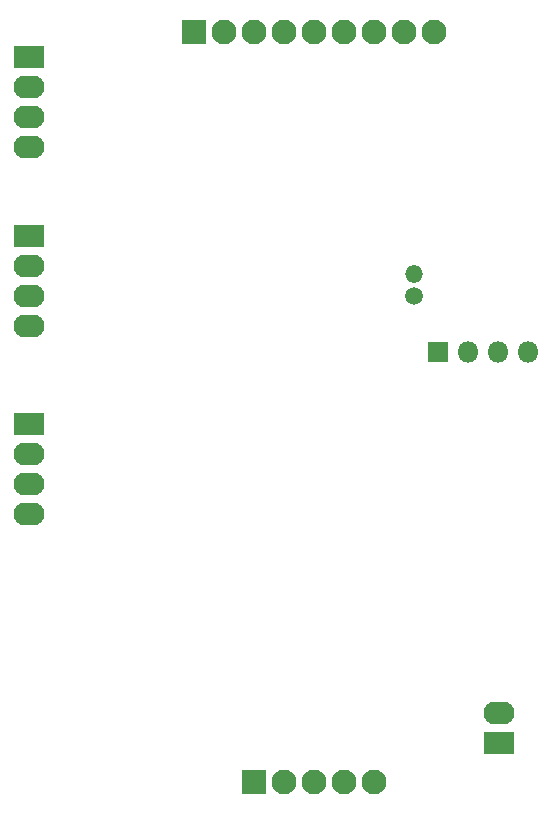
<source format=gbr>
%TF.GenerationSoftware,KiCad,Pcbnew,(5.1.2)-2*%
%TF.CreationDate,2020-09-07T08:08:20+07:00*%
%TF.ProjectId,ai-hw-elec,61692d68-772d-4656-9c65-632e6b696361,rev?*%
%TF.SameCoordinates,Original*%
%TF.FileFunction,Soldermask,Bot*%
%TF.FilePolarity,Negative*%
%FSLAX46Y46*%
G04 Gerber Fmt 4.6, Leading zero omitted, Abs format (unit mm)*
G04 Created by KiCad (PCBNEW (5.1.2)-2) date 2020-09-07 08:08:20*
%MOMM*%
%LPD*%
G04 APERTURE LIST*
%ADD10R,2.100000X2.100000*%
%ADD11C,2.100000*%
%ADD12O,2.624000X1.924000*%
%ADD13R,2.624000X1.924000*%
%ADD14R,1.800000X1.800000*%
%ADD15O,1.800000X1.800000*%
%ADD16C,1.500000*%
%ADD17O,1.500000X1.500000*%
G04 APERTURE END LIST*
D10*
%TO.C,U4*%
X119872000Y-56982000D03*
D11*
X122412000Y-56982000D03*
X124952000Y-56982000D03*
X127492000Y-56982000D03*
X130032000Y-56982000D03*
X132572000Y-56982000D03*
X135112000Y-56982000D03*
X137652000Y-56982000D03*
X140192000Y-56982000D03*
D10*
X124952000Y-120502000D03*
D11*
X127492000Y-120502000D03*
X130032000Y-120502000D03*
X132572000Y-120502000D03*
X135112000Y-120502000D03*
%TD*%
D12*
%TO.C,J2*%
X145640000Y-114680000D03*
D13*
X145640000Y-117220000D03*
%TD*%
D14*
%TO.C,J1*%
X140462000Y-84074000D03*
D15*
X143002000Y-84074000D03*
X145542000Y-84074000D03*
X148082000Y-84074000D03*
%TD*%
D13*
%TO.C,J3*%
X105840000Y-74260000D03*
D12*
X105840000Y-76800000D03*
X105840000Y-79340000D03*
X105840000Y-81880000D03*
%TD*%
%TO.C,J4*%
X105830000Y-66750000D03*
X105830000Y-64210000D03*
X105830000Y-61670000D03*
D13*
X105830000Y-59130000D03*
%TD*%
%TO.C,J5*%
X105840000Y-90200000D03*
D12*
X105840000Y-92740000D03*
X105840000Y-95280000D03*
X105840000Y-97820000D03*
%TD*%
D16*
%TO.C,TH1*%
X138430000Y-79370000D03*
D17*
X138430000Y-77470000D03*
%TD*%
M02*

</source>
